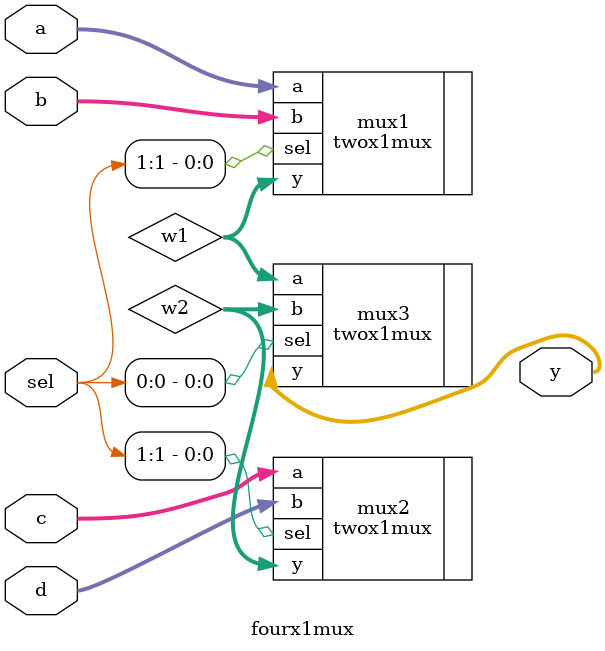
<source format=v>
`timescale 1ns / 1ps


module fourx1mux#( parameter DATA_WIDTH = 4)( 
    input [DATA_WIDTH-1:0] a,
    input [DATA_WIDTH-1:0] b,
    input [DATA_WIDTH-1:0] c,
    input [DATA_WIDTH-1:0] d,
    input [1:0] sel,
    output [DATA_WIDTH-1:0] y
    );
    wire [DATA_WIDTH-1:0] w1,w2;
        twox1mux mux1(
            .a  (a),
            .b  (b),
            .sel (sel[1]),
            .y  (w1));  
        twox1mux mux2(
            .a  (c),
            .b  (d),
            .sel (sel[1]),
            .y  (w2));  
        twox1mux mux3(
            .a  (w1),
            .b  (w2),
            .sel (sel[0]),
            .y  (y));  
endmodule

</source>
